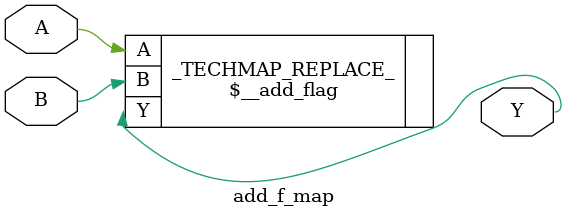
<source format=v>
(* techmap_celltype =  "$add"*)
module add_f_map(A, B, Y);
parameter A_SIGNED = 0;
parameter B_SIGNED = 0;
parameter A_WIDTH = 1;
parameter B_WIDTH = 1;
parameter Y_WIDTH = 1;
input [A_WIDTH-1:0] A;
input [B_WIDTH-1:0] B;
output [Y_WIDTH-1:0] Y;
wire    [1023:0]    _TECHMAP_DO_    =    "proc;    clean";
reg    _TECHMAP_FAIL_;
initial    begin
_TECHMAP_FAIL_    <=    0;
end
\$__add_flag #(
   .A_SIGNED(A_SIGNED),
   .B_SIGNED(B_SIGNED),
   .A_WIDTH(A_WIDTH),
   .B_WIDTH(B_WIDTH),
   .Y_WIDTH(Y_WIDTH),
   .PACK(1'b0)

) _TECHMAP_REPLACE_ (
    .A(A),
    .B(B),
    .Y(Y)
);
endmodule

</source>
